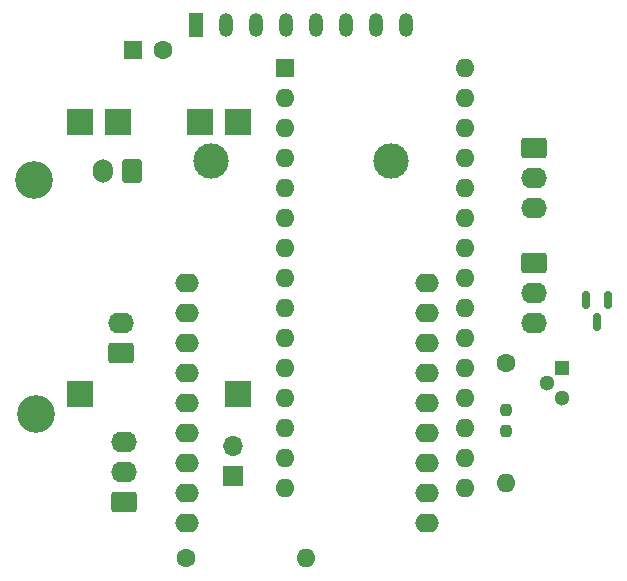
<source format=gbr>
%TF.GenerationSoftware,KiCad,Pcbnew,(5.99.0-11067-gb10f156dd0)*%
%TF.CreationDate,2021-08-26T23:57:01+02:00*%
%TF.ProjectId,boitarire,626f6974-6172-4697-9265-2e6b69636164,rev?*%
%TF.SameCoordinates,Original*%
%TF.FileFunction,Soldermask,Bot*%
%TF.FilePolarity,Negative*%
%FSLAX46Y46*%
G04 Gerber Fmt 4.6, Leading zero omitted, Abs format (unit mm)*
G04 Created by KiCad (PCBNEW (5.99.0-11067-gb10f156dd0)) date 2021-08-26 23:57:01*
%MOMM*%
%LPD*%
G01*
G04 APERTURE LIST*
G04 Aperture macros list*
%AMRoundRect*
0 Rectangle with rounded corners*
0 $1 Rounding radius*
0 $2 $3 $4 $5 $6 $7 $8 $9 X,Y pos of 4 corners*
0 Add a 4 corners polygon primitive as box body*
4,1,4,$2,$3,$4,$5,$6,$7,$8,$9,$2,$3,0*
0 Add four circle primitives for the rounded corners*
1,1,$1+$1,$2,$3*
1,1,$1+$1,$4,$5*
1,1,$1+$1,$6,$7*
1,1,$1+$1,$8,$9*
0 Add four rect primitives between the rounded corners*
20,1,$1+$1,$2,$3,$4,$5,0*
20,1,$1+$1,$4,$5,$6,$7,0*
20,1,$1+$1,$6,$7,$8,$9,0*
20,1,$1+$1,$8,$9,$2,$3,0*%
G04 Aperture macros list end*
%ADD10C,1.600000*%
%ADD11O,1.600000X1.600000*%
%ADD12O,2.000000X1.600000*%
%ADD13R,2.250000X2.250000*%
%ADD14C,3.200000*%
%ADD15R,1.700000X1.700000*%
%ADD16O,1.700000X1.700000*%
%ADD17R,1.600000X1.600000*%
%ADD18C,3.000000*%
%ADD19R,1.200000X2.000000*%
%ADD20O,1.200000X2.000000*%
%ADD21RoundRect,0.250000X-0.845000X0.620000X-0.845000X-0.620000X0.845000X-0.620000X0.845000X0.620000X0*%
%ADD22O,2.190000X1.740000*%
%ADD23RoundRect,0.250000X0.845000X-0.620000X0.845000X0.620000X-0.845000X0.620000X-0.845000X-0.620000X0*%
%ADD24RoundRect,0.250000X0.600000X0.750000X-0.600000X0.750000X-0.600000X-0.750000X0.600000X-0.750000X0*%
%ADD25O,1.700000X2.000000*%
%ADD26R,1.300000X1.300000*%
%ADD27C,1.300000*%
%ADD28RoundRect,0.237500X-0.237500X0.250000X-0.237500X-0.250000X0.237500X-0.250000X0.237500X0.250000X0*%
%ADD29RoundRect,0.150000X-0.150000X0.587500X-0.150000X-0.587500X0.150000X-0.587500X0.150000X0.587500X0*%
G04 APERTURE END LIST*
D10*
%TO.C,R4*%
X153820000Y-91200000D03*
D11*
X163980000Y-91200000D03*
%TD*%
D12*
%TO.C,U3*%
X174160000Y-67940000D03*
X174160000Y-70480000D03*
X174160000Y-73020000D03*
X174160000Y-75560000D03*
X174160000Y-78100000D03*
X174160000Y-80640000D03*
X174160000Y-83180000D03*
X174160000Y-85720000D03*
X174160000Y-88260000D03*
X153840000Y-88260000D03*
X153840000Y-85720000D03*
X153840000Y-83180000D03*
X153840000Y-80640000D03*
X153840000Y-78100000D03*
X153840000Y-75560000D03*
X153840000Y-73020000D03*
X153840000Y-70480000D03*
X153840000Y-67940000D03*
%TD*%
D13*
%TO.C,U2*%
X144850000Y-77350000D03*
X158150000Y-77350000D03*
X148000000Y-54350000D03*
X155000000Y-54350000D03*
X144850000Y-54350000D03*
X158150000Y-54350000D03*
%TD*%
D14*
%TO.C,H2*%
X141100000Y-79000000D03*
%TD*%
D15*
%TO.C,SW1*%
X157800000Y-84300000D03*
D16*
X157800000Y-81760000D03*
%TD*%
D14*
%TO.C,H3*%
X140900000Y-59200000D03*
%TD*%
D17*
%TO.C,A1*%
X162140000Y-49750000D03*
D11*
X162140000Y-52290000D03*
X162140000Y-54830000D03*
X162140000Y-57370000D03*
X162140000Y-59910000D03*
X162140000Y-62450000D03*
X162140000Y-64990000D03*
X162140000Y-67530000D03*
X162140000Y-70070000D03*
X162140000Y-72610000D03*
X162140000Y-75150000D03*
X162140000Y-77690000D03*
X162140000Y-80230000D03*
X162140000Y-82770000D03*
X162140000Y-85310000D03*
X177380000Y-85310000D03*
X177380000Y-82770000D03*
X177380000Y-80230000D03*
X177380000Y-77690000D03*
X177380000Y-75150000D03*
X177380000Y-72610000D03*
X177380000Y-70070000D03*
X177380000Y-67530000D03*
X177380000Y-64990000D03*
X177380000Y-62450000D03*
X177380000Y-59910000D03*
X177380000Y-57370000D03*
X177380000Y-54830000D03*
X177380000Y-52290000D03*
X177380000Y-49750000D03*
%TD*%
D18*
%TO.C,U1*%
X155880000Y-57625000D03*
X171120000Y-57625000D03*
D19*
X154610000Y-46125000D03*
D20*
X157150000Y-46125000D03*
X159690000Y-46125000D03*
X162230000Y-46125000D03*
X164770000Y-46125000D03*
X167310000Y-46125000D03*
X169850000Y-46125000D03*
X172390000Y-46125000D03*
%TD*%
D21*
%TO.C,J4*%
X183250000Y-66250000D03*
D22*
X183250000Y-68790000D03*
X183250000Y-71330000D03*
%TD*%
D23*
%TO.C,J3*%
X148300000Y-73900000D03*
D22*
X148300000Y-71360000D03*
%TD*%
D24*
%TO.C,J1*%
X149250000Y-58450000D03*
D25*
X146750000Y-58450000D03*
%TD*%
D23*
%TO.C,J2*%
X148500000Y-86500000D03*
D22*
X148500000Y-83960000D03*
X148500000Y-81420000D03*
%TD*%
D26*
%TO.C,Q2*%
X185600000Y-75100000D03*
D27*
X184330000Y-76370000D03*
X185600000Y-77640000D03*
%TD*%
D28*
%TO.C,R1*%
X180900000Y-78687500D03*
X180900000Y-80512500D03*
%TD*%
D21*
%TO.C,J5*%
X183250000Y-56500000D03*
D22*
X183250000Y-59040000D03*
X183250000Y-61580000D03*
%TD*%
D17*
%TO.C,C1*%
X149294888Y-48200000D03*
D10*
X151794888Y-48200000D03*
%TD*%
%TO.C,R2*%
X180900000Y-74720000D03*
D11*
X180900000Y-84880000D03*
%TD*%
D29*
%TO.C,Q1*%
X187650000Y-69362500D03*
X189550000Y-69362500D03*
X188600000Y-71237500D03*
%TD*%
M02*

</source>
